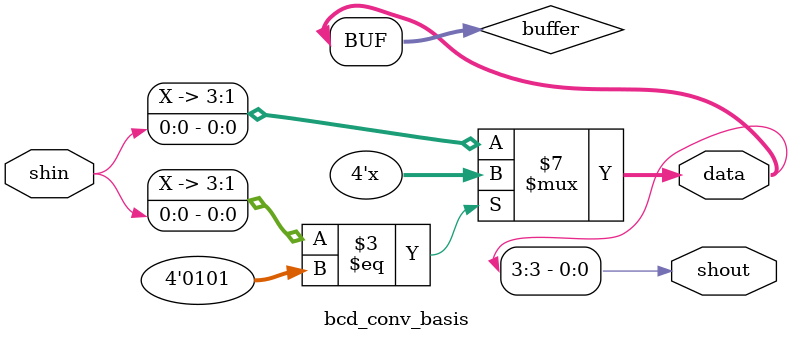
<source format=v>
`timescale 1ns / 1ps


module bcd_conv_basis(shin,data,shout);
input shin;
output reg[3:0] data;
output reg shout;
	 
reg [3:0] buffer;

initial
begin
buffer=4'b0000;
end

always @ (*)
begin
	buffer=buffer<<1;
	buffer[0]=shin;

	if(buffer==4'b0101)
		buffer=buffer+4'b0011;
	shout=buffer[3];
	data=buffer;
end

endmodule

</source>
